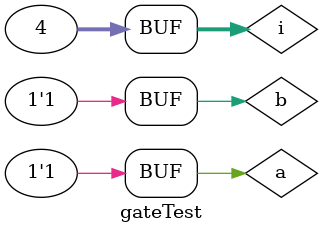
<source format=v>
`timescale 1ns/1ns
module gate(input a, b, output o1, o2, o3, o4, o5, o6,o7);
    assign o1 = ~a;
    assign o2 = a | b;
    assign o3 = a & b;
    assign o4 = a ^ b;
    assign o5 = ~(a | b);
    assign o6 = ~(a & b);
    assign o7 = ~(a ^ b);
endmodule

module gateTest;
    reg a, b;
    wire o1, o2, o3, o4, o5, o6,o7;
    integer i;

    gate uut(.a(a), .b(b), .o1(o1), .o2(o2), .o3(o3), .o4(o4), .o5(o5), .o6(o6), .o7(o7));

    initial begin
        a <= 0;
        b <= 0;

        $monitor("a = %b    b = %b    o1 = %b    o2 = %b    o3 = %b    o4 = %b    o5 = %b    o6 = %b    o7 = %b\n", a, b, o1, o2, o3, o4, o5, o6,o7);
        $dumpfile("gates.vcd");
        $dumpvars(0, gateTest);

        for(i = 0; i < 4; i = i + 1) begin
            {a, b} = i;
            #10;
        end
    end
endmodule
</source>
